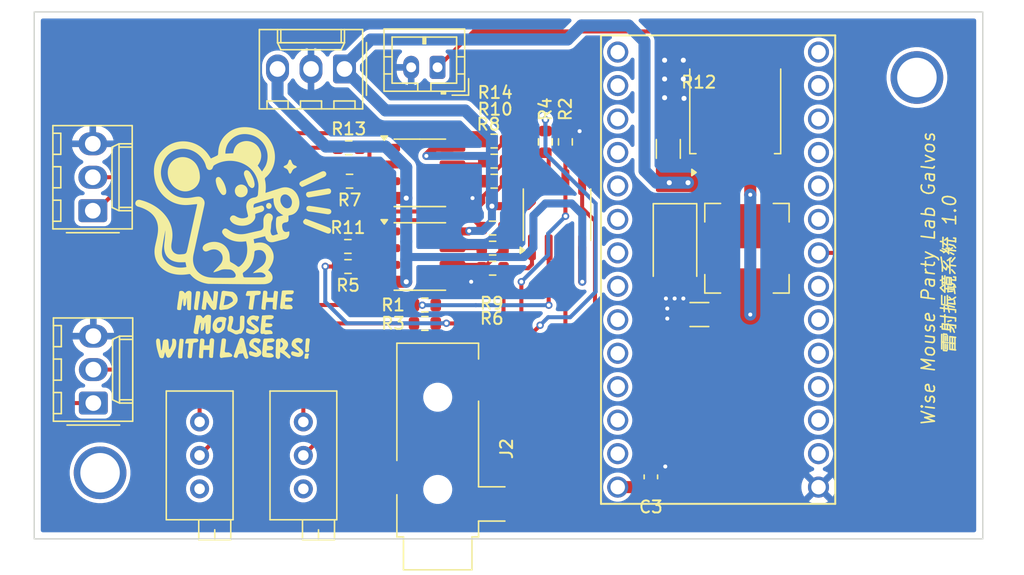
<source format=kicad_pcb>
(kicad_pcb (version 20241229) (generator "pcbnew") (generator_version "9.0")
  (layers (0 "F.Cu" signal) (2 "B.Cu" signal) (13 "F.Paste" user) (15 "B.Paste" user) (5 "F.SilkS" user "F.Silkscreen") (7 "B.SilkS" user "B.Silkscreen") (1 "F.Mask" user) (3 "B.Mask" user) (25 "Edge.Cuts" user))
  (net 0 "")
  (net 1 "Ax_Tip_OUT")
  (net 2 "Ax_Ring_OUT")
  (net 3 "Ax_Sleeve_OUT")
  (net 4 "+15V")
  (net 5 "-15V")
  (net 6 "Net-(U1A--)")
  (net 7 "Net-(J5-Pin_1)")
  (net 8 "Net-(J5-Pin_2)")
  (net 9 "Net-(U2A-+)")
  (net 10 "Net-(U2B--)")
  (net 11 "Net-(J6-Pin_1)")
  (net 12 "Net-(U2A--)")
  (net 13 "Net-(U1B--)")
  (net 14 "Net-(R12-Pad2)")
  (net 15 "Net-(J6-Pin_2)")
  (net 16 "Net-(U3A-+)")
  (net 17 "Net-(U3B--)")
  (net 18 "Net-(U3A--)")
  (net 21 "GND")
  (net 47 "Net-(R3-Pad1)")
  (net 48 "Net-(R3-Pad2)")
  (net 49 "Net-(R4-Pad1)")
  (net 50 "Net-(R4-Pad2)")
  (net 51 "Net-(R10-Pad1)")
  (net 52 "/laser en")
  (net 53 "/5V")
  (net 54 "Net-(D1-K)")
  (footprint "Resistor_SMD:R_0603_1608Metric" (layer "F.Cu") (at 94.796 56.426)
    (property "Reference" "R12" (at 15.64576 -11.071 0) (layer "F.SilkS") (effects (font (size 0.9144 0.9144))))
    (property "Value" "330")
    (pad "1" smd roundrect (at -0.825 0) (size 0.8 0.95) (layers "F.Cu" "F.Mask" "F.Paste") (net 8 "Net-(J5-Pin_2)"))
    (pad "2" smd roundrect (at 0.825 0) (size 0.8 0.95) (layers "F.Cu" "F.Mask" "F.Paste") (net 14 "Net-(R12-Pad2)"))
  )
  (footprint "Resistor_SMD:R_0603_1608Metric" (layer "F.Cu") (at 94.796 57.95)
    (property "Reference" "R9" (at -0.064 4.191 0) (layer "F.SilkS") (effects (font (size 0.9144 0.9144))))
    (property "Value" "22k")
    (pad "1" smd roundrect (at -0.825 0) (size 0.8 0.95) (layers "F.Cu" "F.Mask" "F.Paste") (net 14 "Net-(R12-Pad2)"))
    (pad "2" smd roundrect (at 0.825 0) (size 0.8 0.95) (layers "F.Cu" "F.Mask" "F.Paste") (net 10 "Net-(U2B--)"))
  )
  (footprint "Resistor_SMD:R_0603_1608Metric" (layer "F.Cu") (at 100.32 49.886 -90)
    (property "Reference" "R2" (at -2.477 0 90) (layer "F.SilkS") (effects (font (size 0.9144 0.9144))))
    (property "Value" "1k")
    (pad "1" smd roundrect (at -0.825 0 270) (size 0.8 0.95) (layers "F.Cu" "F.Mask" "F.Paste") (net 21 "GND"))
    (pad "2" smd roundrect (at 0.825 0 270) (size 0.8 0.95) (layers "F.Cu" "F.Mask" "F.Paste") (net 13 "Net-(U1B--)"))
  )
  (footprint "teensy.pretty-master:Teensy40" (layer "F.Cu") (at 111.91 59.58 90)
    (property "Reference" "U4" (hide yes))
    (property "Value" "Teensy4.0" (hide yes))
    (pad "1" thru_hole circle (at -16.51 7.62 90) (size 1.6 1.6) (drill 1.1) (layers "*.Cu" "*.Mask") (net 21 "GND"))
    (pad "2" thru_hole circle (at -13.97 7.62 90) (size 1.6 1.6) (drill 1.1) (layers "*.Cu" "*.Mask"))
    (pad "3" thru_hole circle (at -11.43 7.62 90) (size 1.6 1.6) (drill 1.1) (layers "*.Cu" "*.Mask"))
    (pad "4" thru_hole circle (at -8.89 7.62 90) (size 1.6 1.6) (drill 1.1) (layers "*.Cu" "*.Mask"))
    (pad "5" thru_hole circle (at -6.35 7.62 90) (size 1.6 1.6) (drill 1.1) (layers "*.Cu" "*.Mask"))
    (pad "6" thru_hole circle (at -3.81 7.62 90) (size 1.6 1.6) (drill 1.1) (layers "*.Cu" "*.Mask"))
    (pad "7" thru_hole circle (at -1.27 7.62 90) (size 1.6 1.6) (drill 1.1) (layers "*.Cu" "*.Mask"))
    (pad "8" thru_hole circle (at 1.27 7.62 90) (size 1.6 1.6) (drill 1.1) (layers "*.Cu" "*.Mask") (net 52 "/laser en"))
    (pad "9" thru_hole circle (at 3.81 7.62 90) (size 1.6 1.6) (drill 1.1) (layers "*.Cu" "*.Mask"))
    (pad "10" thru_hole circle (at 6.35 7.62 90) (size 1.6 1.6) (drill 1.1) (layers "*.Cu" "*.Mask"))
    (pad "11" thru_hole circle (at 8.89 7.62 90) (size 1.6 1.6) (drill 1.1) (layers "*.Cu" "*.Mask"))
    (pad "12" thru_hole circle (at 11.43 7.62 90) (size 1.6 1.6) (drill 1.1) (layers "*.Cu" "*.Mask"))
    (pad "13" thru_hole circle (at 13.97 7.62 90) (size 1.6 1.6) (drill 1.1) (layers "*.Cu" "*.Mask"))
    (pad "14" thru_hole circle (at 16.51 7.62 90) (size 1.6 1.6) (drill 1.1) (layers "*.Cu" "*.Mask"))
    (pad "20" thru_hole circle (at 16.51 -7.62 90) (size 1.6 1.6) (drill 1.1) (layers "*.Cu" "*.Mask"))
    (pad "21" thru_hole circle (at 13.97 -7.62 90) (size 1.6 1.6) (drill 1.1) (layers "*.Cu" "*.Mask"))
    (pad "22" thru_hole circle (at 11.43 -7.62 90) (size 1.6 1.6) (drill 1.1) (layers "*.Cu" "*.Mask"))
    (pad "23" thru_hole circle (at 8.89 -7.62 90) (size 1.6 1.6) (drill 1.1) (layers "*.Cu" "*.Mask"))
    (pad "24" thru_hole circle (at 6.35 -7.62 90) (size 1.6 1.6) (drill 1.1) (layers "*.Cu" "*.Mask"))
    (pad "25" thru_hole circle (at 3.81 -7.62 90) (size 1.6 1.6) (drill 1.1) (layers "*.Cu" "*.Mask"))
    (pad "26" thru_hole circle (at 1.27 -7.62 90) (size 1.6 1.6) (drill 1.1) (layers "*.Cu" "*.Mask"))
    (pad "27" thru_hole circle (at -1.27 -7.62 90) (size 1.6 1.6) (drill 1.1) (layers "*.Cu" "*.Mask"))
    (pad "28" thru_hole circle (at -3.81 -7.62 90) (size 1.6 1.6) (drill 1.1) (layers "*.Cu" "*.Mask"))
    (pad "29" thru_hole circle (at -6.35 -7.62 90) (size 1.6 1.6) (drill 1.1) (layers "*.Cu" "*.Mask"))
    (pad "30" thru_hole circle (at -8.89 -7.62 90) (size 1.6 1.6) (drill 1.1) (layers "*.Cu" "*.Mask"))
    (pad "31" thru_hole circle (at -11.43 -7.62 90) (size 1.6 1.6) (drill 1.1) (layers "*.Cu" "*.Mask"))
    (pad "32" thru_hole circle (at -13.97 -7.62 90) (size 1.6 1.6) (drill 1.1) (layers "*.Cu" "*.Mask"))
    (pad "33" thru_hole circle (at -16.51 -7.62 90) (size 1.6 1.6) (drill 1.1) (layers "*.Cu" "*.Mask") (net 53 "/5V"))
  )
  (footprint "Resistor_SMD:R_0603_1608Metric" (layer "F.Cu") (at 83.937 52.87 180)
    (property "Reference" "R7" (at 0 -1.43 0) (layer "F.SilkS") (effects (font (size 0.9144 0.9144))))
    (property "Value" "1k")
    (pad "1" smd roundrect (at -0.825 0 180) (size 0.8 0.95) (layers "F.Cu" "F.Mask" "F.Paste") (net 16 "Net-(U3A-+)"))
    (pad "2" smd roundrect (at 0.825 0 180) (size 0.8 0.95) (layers "F.Cu" "F.Mask" "F.Paste") (net 49 "Net-(R4-Pad1)"))
  )
  (footprint "Capacitor_SMD:C_1206_3216Metric" (layer "F.Cu") (at 110.49 62.992 180)
    (property "Reference" "C2" (hide yes))
    (property "Value" "220µF" (hide yes))
    (pad "1" smd roundrect (at -1.475 0 180) (size 1.15 1.8) (layers "F.Cu" "F.Mask" "F.Paste") (roundrect_rratio 0.217391) (net 53 "/5V"))
    (pad "2" smd roundrect (at 1.475 0 180) (size 1.15 1.8) (layers "F.Cu" "F.Mask" "F.Paste") (roundrect_rratio 0.217391) (net 21 "GND"))
  )
  (footprint "Package_TO_SOT_SMD:TO-252-5_TabPin3" (layer "F.Cu") (at 113.211 47.468 90)
    (property "Reference" "U5" (hide yes))
    (property "Value" "LM2596S-5" (hide yes))
    (pad "1" smd roundrect (at -5.04 -2.28 90) (size 2.2 0.8) (layers "F.Cu" "F.Mask" "F.Paste") (net 4 "+15V"))
    (pad "2" smd roundrect (at -5.04 -1.14 90) (size 2.2 0.8) (layers "F.Cu" "F.Mask" "F.Paste") (net 54 "Net-(D1-K)"))
    (pad "3" smd roundrect (at -5.04 0 90) (size 2.2 0.8) (layers "F.Cu" "F.Mask" "F.Paste") (net 21 "GND"))
    (pad "3" smd roundrect (at -0.415 -1.525 90) (size 3.05 2.75) (layers "F.Cu" "F.Paste") (roundrect_rratio 0.090909) (net 21 "GND"))
    (pad "3" smd roundrect (at -0.415 1.525 90) (size 3.05 2.75) (layers "F.Cu" "F.Paste") (roundrect_rratio 0.090909) (net 21 "GND"))
    (pad "3" smd roundrect (at 1.26 0 90) (size 6.4 5.8) (layers "F.Cu" "F.Mask") (roundrect_rratio 0.043103) (net 21 "GND"))
    (pad "3" smd roundrect (at 2.935 -1.525 90) (size 3.05 2.75) (layers "F.Cu" "F.Paste") (roundrect_rratio 0.090909) (net 21 "GND"))
    (pad "3" smd roundrect (at 2.935 1.525 90) (size 3.05 2.75) (layers "F.Cu" "F.Paste") (roundrect_rratio 0.090909) (net 21 "GND"))
    (pad "4" smd roundrect (at -5.04 1.14 90) (size 2.2 0.8) (layers "F.Cu" "F.Mask" "F.Paste") (net 53 "/5V"))
    (pad "5" smd roundrect (at -5.04 2.28 90) (size 2.2 0.8) (layers "F.Cu" "F.Mask" "F.Paste") (net 21 "GND"))
  )
  (footprint "Connector_Molex:Molex_KK-254_AE-6410-03A_1x03_P2.54mm_Vertical" (layer "F.Cu") (at 64.44824 55.11 90)
    (property "Reference" "J6" (hide yes))
    (property "Value" "y out" (hide yes))
    (pad "1" thru_hole roundrect (at 0 0 90) (size 1.74 2.19) (drill 1.19) (layers "*.Cu" "*.Mask") (roundrect_rratio 0.143678) (net 11 "Net-(J6-Pin_1)"))
    (pad "2" thru_hole oval (at 2.54 0 90) (size 1.74 2.19) (drill 1.19) (layers "*.Cu" "*.Mask") (net 15 "Net-(J6-Pin_2)"))
    (pad "3" thru_hole oval (at 5.08 0 90) (size 1.74 2.19) (drill 1.19) (layers "*.Cu" "*.Mask") (net 21 "GND"))
  )
  (footprint "Connector_JST:JST_PH_B2B-PH-K_1x02_P2.00mm_Vertical" (layer "F.Cu") (at 90.613 44.229 180)
    (property "Reference" "J7" (hide yes))
    (property "Value" "405nm" (hide yes))
    (pad "1" thru_hole roundrect (at 0 0 180) (size 1.2 1.75) (drill 0.75) (layers "*.Cu" "*.Mask") (roundrect_rratio 0.208333) (net 52 "/laser en"))
    (pad "2" thru_hole oval (at 2 0 180) (size 1.2 1.75) (drill 0.75) (layers "*.Cu" "*.Mask") (net 21 "GND"))
  )
  (footprint "Potentiometer_THT:Potentiometer_Bourns_3296X_Horizontal" (layer "F.Cu") (at 72.55424 71.141 90)
    (property "Reference" "RV1" (hide yes))
    (property "Value" "10k" (hide yes))
    (pad "1" thru_hole circle (at 0 0 90) (size 1.44 1.44) (drill 0.8) (layers "*.Cu" "*.Mask") (net 6 "Net-(U1A--)"))
    (pad "2" thru_hole circle (at -2.54 0 90) (size 1.44 1.44) (drill 0.8) (layers "*.Cu" "*.Mask") (net 48 "Net-(R3-Pad2)"))
    (pad "3" thru_hole circle (at -5.08 0 90) (size 1.44 1.44) (drill 0.8) (layers "*.Cu" "*.Mask"))
  )
  (footprint "Potentiometer_THT:Potentiometer_Bourns_3296X_Horizontal" (layer "F.Cu") (at 80.42824 71.143 90)
    (property "Reference" "RV2" (hide yes))
    (property "Value" "10k" (hide yes))
    (pad "1" thru_hole circle (at 0 0 90) (size 1.44 1.44) (drill 0.8) (layers "*.Cu" "*.Mask") (net 13 "Net-(U1B--)"))
    (pad "2" thru_hole circle (at -2.54 0 90) (size 1.44 1.44) (drill 0.8) (layers "*.Cu" "*.Mask") (net 50 "Net-(R4-Pad2)"))
    (pad "3" thru_hole circle (at -5.08 0 90) (size 1.44 1.44) (drill 0.8) (layers "*.Cu" "*.Mask"))
  )
  (footprint "Resistor_SMD:R_0603_1608Metric" (layer "F.Cu") (at 94.913619 49.822)
    (property "Reference" "R14" (at 0.072381 -3.683 0) (layer "F.SilkS") (effects (font (size 0.9144 0.9144))))
    (property "Value" "330")
    (pad "1" smd roundrect (at -0.825 0) (size 0.8 0.95) (layers "F.Cu" "F.Mask" "F.Paste") (net 15 "Net-(J6-Pin_2)"))
    (pad "2" smd roundrect (at 0.825 0) (size 0.8 0.95) (layers "F.Cu" "F.Mask" "F.Paste") (net 51 "Net-(R10-Pad1)"))
  )
  (footprint "Resistor_SMD:R_0603_1608Metric" (layer "F.Cu") (at 94.913619 51.346)
    (property "Reference" "R10" (at 0.072381 -3.937 0) (layer "F.SilkS") (effects (font (size 0.9144 0.9144))))
    (property "Value" "22k")
    (pad "1" smd roundrect (at -0.825 0) (size 0.8 0.95) (layers "F.Cu" "F.Mask" "F.Paste") (net 51 "Net-(R10-Pad1)"))
    (pad "2" smd roundrect (at 0.825 0) (size 0.8 0.95) (layers "F.Cu" "F.Mask" "F.Paste") (net 17 "Net-(U3B--)"))
  )
  (footprint "Capacitor_SMD:C_0603_1608Metric" (layer "F.Cu") (at 106.807 75.311 90)
    (property "Reference" "C3" (at -2.286 0 180) (layer "F.SilkS") (effects (font (size 0.9144 0.9144))))
    (property "Value" "0.1µF")
    (pad "1" smd roundrect (at -0.775 0 90) (size 0.9 0.95) (layers "F.Cu" "F.Mask" "F.Paste") (net 53 "/5V"))
    (pad "2" smd roundrect (at 0.775 0 90) (size 0.9 0.95) (layers "F.Cu" "F.Mask" "F.Paste") (net 21 "GND"))
  )
  (footprint "Resistor_SMD:R_0603_1608Metric" (layer "F.Cu") (at 94.796 59.474)
    (property "Reference" "R6" (at -0.064 3.81 0) (layer "F.SilkS") (effects (font (size 0.9144 0.9144))))
    (property "Value" "22k")
    (pad "1" smd roundrect (at -0.825 0) (size 0.8 0.95) (layers "F.Cu" "F.Mask" "F.Paste") (net 10 "Net-(U2B--)"))
    (pad "2" smd roundrect (at 0.825 0) (size 0.8 0.95) (layers "F.Cu" "F.Mask" "F.Paste") (net 47 "Net-(R3-Pad1)"))
  )
  (footprint "Connector_Molex:Molex_KK-254_AE-6410-03A_1x03_P2.54mm_Vertical" (layer "F.Cu") (at 83.55 44.35 180)
    (property "Reference" "J1" (hide yes))
    (property "Value" "+15 G -15" (hide yes))
    (pad "1" thru_hole roundrect (at 0 0 180) (size 1.74 2.19) (drill 1.19) (layers "*.Cu" "*.Mask") (roundrect_rratio 0.143678) (net 4 "+15V"))
    (pad "2" thru_hole oval (at 2.54 0 180) (size 1.74 2.19) (drill 1.19) (layers "*.Cu" "*.Mask") (net 21 "GND"))
    (pad "3" thru_hole oval (at 5.08 0 180) (size 1.74 2.19) (drill 1.19) (layers "*.Cu" "*.Mask") (net 5 "-15V"))
  )
  (footprint "Resistor_SMD:R_0603_1608Metric" (layer "F.Cu") (at 94.913619 52.87)
    (property "Reference" "R8" (at -0.435619 -4.318 0) (layer "F.SilkS") (effects (font (size 0.9144 0.9144))))
    (property "Value" "22k")
    (pad "1" smd roundrect (at -0.825 0) (size 0.8 0.95) (layers "F.Cu" "F.Mask" "F.Paste") (net 17 "Net-(U3B--)"))
    (pad "2" smd roundrect (at 0.825 0) (size 0.8 0.95) (layers "F.Cu" "F.Mask" "F.Paste") (net 49 "Net-(R4-Pad1)"))
  )
  (footprint "Package_SO:SOIC-8_3.9x4.9mm_P1.27mm" (layer "F.Cu") (at 89.271 58.585)
    (property "Reference" "U2" (hide yes))
    (property "Value" "X galvo")
    (pad "1" smd roundrect (at -2.475 -1.905) (size 1.95 0.6) (layers "F.Cu" "F.Mask" "F.Paste") (net 12 "Net-(U2A--)"))
    (pad "2" smd roundrect (at -2.475 -0.635) (size 1.95 0.6) (layers "F.Cu" "F.Mask" "F.Paste") (net 12 "Net-(U2A--)"))
    (pad "3" smd roundrect (at -2.475 0.635) (size 1.95 0.6) (layers "F.Cu" "F.Mask" "F.Paste") (net 9 "Net-(U2A-+)"))
    (pad "4" smd roundrect (at -2.475 1.905) (size 1.95 0.6) (layers "F.Cu" "F.Mask" "F.Paste") (net 5 "-15V"))
    (pad "5" smd roundrect (at 2.475 1.905) (size 1.95 0.6) (layers "F.Cu" "F.Mask" "F.Paste") (net 21 "GND"))
    (pad "6" smd roundrect (at 2.475 0.635) (size 1.95 0.6) (layers "F.Cu" "F.Mask" "F.Paste") (net 10 "Net-(U2B--)"))
    (pad "7" smd roundrect (at 2.475 -0.635) (size 1.95 0.6) (layers "F.Cu" "F.Mask" "F.Paste") (net 14 "Net-(R12-Pad2)"))
    (pad "8" smd roundrect (at 2.475 -1.905) (size 1.95 0.6) (layers "F.Cu" "F.Mask" "F.Paste") (net 4 "+15V"))
  )
  (footprint "Package_SO:SOIC-8_3.9x4.9mm_P1.27mm" (layer "F.Cu") (at 99.685 55.41 90)
    (property "Reference" "U1" (hide yes))
    (property "Value" "TL072" (hide yes))
    (pad "1" smd roundrect (at -2.475 -1.905 90) (size 1.95 0.6) (layers "F.Cu" "F.Mask" "F.Paste") (net 47 "Net-(R3-Pad1)"))
    (pad "2" smd roundrect (at -2.475 -0.635 90) (size 1.95 0.6) (layers "F.Cu" "F.Mask" "F.Paste") (net 6 "Net-(U1A--)"))
    (pad "3" smd roundrect (at -2.475 0.635 90) (size 1.95 0.6) (layers "F.Cu" "F.Mask" "F.Paste") (net 1 "Ax_Tip_OUT"))
    (pad "4" smd roundrect (at -2.475 1.905 90) (size 1.95 0.6) (layers "F.Cu" "F.Mask" "F.Paste") (net 5 "-15V"))
    (pad "5" smd roundrect (at 2.475 1.905 90) (size 1.95 0.6) (layers "F.Cu" "F.Mask" "F.Paste") (net 2 "Ax_Ring_OUT"))
    (pad "6" smd roundrect (at 2.475 0.635 90) (size 1.95 0.6) (layers "F.Cu" "F.Mask" "F.Paste") (net 13 "Net-(U1B--)"))
    (pad "7" smd roundrect (at 2.475 -0.635 90) (size 1.95 0.6) (layers "F.Cu" "F.Mask" "F.Paste") (net 49 "Net-(R4-Pad1)"))
    (pad "8" smd roundrect (at 2.475 -1.905 90) (size 1.95 0.6) (layers "F.Cu" "F.Mask" "F.Paste") (net 4 "+15V"))
  )
  (footprint "Resistor_SMD:R_0603_1608Metric" (layer "F.Cu") (at 89.652 63.665 180)
    (property "Reference" "R3" (at 2.413 0 0) (layer "F.SilkS") (effects (font (size 0.9144 0.9144))))
    (property "Value" "330")
    (pad "1" smd roundrect (at -0.825 0 180) (size 0.8 0.95) (layers "F.Cu" "F.Mask" "F.Paste") (net 47 "Net-(R3-Pad1)"))
    (pad "2" smd roundrect (at 0.825 0 180) (size 0.8 0.95) (layers "F.Cu" "F.Mask" "F.Paste") (net 48 "Net-(R3-Pad2)"))
  )
  (footprint "Connector_Molex:Molex_KK-254_AE-6410-03A_1x03_P2.54mm_Vertical" (layer "F.Cu") (at 64.48824 69.71 90)
    (property "Reference" "J5" (hide yes))
    (property "Value" "x out" (hide yes))
    (pad "1" thru_hole roundrect (at 0 0 90) (size 1.74 2.19) (drill 1.19) (layers "*.Cu" "*.Mask") (roundrect_rratio 0.143678) (net 7 "Net-(J5-Pin_1)"))
    (pad "2" thru_hole oval (at 2.54 0 90) (size 1.74 2.19) (drill 1.19) (layers "*.Cu" "*.Mask") (net 8 "Net-(J5-Pin_2)"))
    (pad "3" thru_hole oval (at 5.08 0 90) (size 1.74 2.19) (drill 1.19) (layers "*.Cu" "*.Mask") (net 21 "GND"))
  )
  (footprint "Resistor_SMD:R_0603_1608Metric" (layer "F.Cu") (at 83.82 59.347 180)
    (property "Reference" "R5" (at 0 -1.43 0) (layer "F.SilkS") (effects (font (size 0.9144 0.9144))))
    (property "Value" "1k")
    (pad "1" smd roundrect (at -0.825 0 180) (size 0.8 0.95) (layers "F.Cu" "F.Mask" "F.Paste") (net 9 "Net-(U2A-+)"))
    (pad "2" smd roundrect (at 0.825 0 180) (size 0.8 0.95) (layers "F.Cu" "F.Mask" "F.Paste") (net 47 "Net-(R3-Pad1)"))
  )
  (footprint "Connector_Audio:Jack_3.5mm_CUI_SJ-3523-SMT_Horizontal" (layer "F.Cu") (at 90.62824 73.766098 180)
    (property "Reference" "J2" (at -5.22776 0.593098 90) (layer "F.SilkS") (effects (font (size 0.9144 0.9144))))
    (property "Value" "AudioJack3_SwitchTR" (hide yes))
    (pad "" np_thru_hole circle (at 0 -2.5 180) (size 1.7 1.7) (drill 1.7) (layers "*.Cu" "*.Mask"))
    (pad "" np_thru_hole circle (at 0 4.5 180) (size 1.7 1.7) (drill 1.7) (layers "*.Cu" "*.Mask"))
    (pad "R" smd rect (at 3.7 -1.6 180) (size 2.8 2.2) (layers "F.Cu" "F.Mask" "F.Paste") (net 2 "Ax_Ring_OUT"))
    (pad "S" smd rect (at -3.7 -3.6 180) (size 2.8 2.2) (layers "F.Cu" "F.Mask" "F.Paste") (net 3 "Ax_Sleeve_OUT"))
    (pad "T" smd rect (at -3.7 5.8 180) (size 2.8 2.8) (layers "F.Cu" "F.Mask" "F.Paste") (net 1 "Ax_Tip_OUT"))
  )
  (footprint "MTML_logos:mtwl smaller F.silk" (layer "F.Cu") (at 74 66)
    (property "Reference" "REF**" (hide yes))
    (property "Value" "mtwl smaller F.silk" (hide yes))
  )
  (footprint "Package_SO:SOIC-8_3.9x4.9mm_P1.27mm" (layer "F.Cu") (at 89.271 52.235)
    (property "Reference" "U3" (hide yes))
    (property "Value" "Y TL072")
    (pad "1" smd roundrect (at -2.475 -1.905) (size 1.95 0.6) (layers "F.Cu" "F.Mask" "F.Paste") (net 18 "Net-(U3A--)"))
    (pad "2" smd roundrect (at -2.475 -0.635) (size 1.95 0.6) (layers "F.Cu" "F.Mask" "F.Paste") (net 18 "Net-(U3A--)"))
    (pad "3" smd roundrect (at -2.475 0.635) (size 1.95 0.6) (layers "F.Cu" "F.Mask" "F.Paste") (net 16 "Net-(U3A-+)"))
    (pad "4" smd roundrect (at -2.475 1.905) (size 1.95 0.6) (layers "F.Cu" "F.Mask" "F.Paste") (net 5 "-15V"))
    (pad "5" smd roundrect (at 2.475 1.905) (size 1.95 0.6) (layers "F.Cu" "F.Mask" "F.Paste") (net 21 "GND"))
    (pad "6" smd roundrect (at 2.475 0.635) (size 1.95 0.6) (layers "F.Cu" "F.Mask" "F.Paste") (net 17 "Net-(U3B--)"))
    (pad "7" smd roundrect (at 2.475 -0.635) (size 1.95 0.6) (layers "F.Cu" "F.Mask" "F.Paste") (net 51 "Net-(R10-Pad1)"))
    (pad "8" smd roundrect (at 2.475 -1.905) (size 1.95 0.6) (layers "F.Cu" "F.Mask" "F.Paste") (net 4 "+15V"))
  )
  (footprint "Resistor_SMD:R_0603_1608Metric" (layer "F.Cu") (at 89.653 62.268 180)
    (property "Reference" "R1" (at 2.414 0 0) (layer "F.SilkS") (effects (font (size 0.9144 0.9144))))
    (property "Value" "1k")
    (pad "1" smd roundrect (at -0.825 0 180) (size 0.8 0.95) (layers "F.Cu" "F.Mask" "F.Paste") (net 21 "GND"))
    (pad "2" smd roundrect (at 0.825 0 180) (size 0.8 0.95) (layers "F.Cu" "F.Mask" "F.Paste") (net 6 "Net-(U1A--)"))
  )
  (footprint "Diode_SMD:D_SMA" (layer "F.Cu") (at 108.639 58.087 -90)
    (property "Reference" "D1" (hide yes))
    (property "Value" "1N5824" (hide yes))
    (pad "1" smd roundrect (at -2 0 270) (size 2.5 1.8) (layers "F.Cu" "F.Mask" "F.Paste") (roundrect_rratio 0.1388888889) (net 54 "Net-(D1-K)"))
    (pad "2" smd roundrect (at 2 0 270) (size 2.5 1.8) (layers "F.Cu" "F.Mask" "F.Paste") (roundrect_rratio 0.1388888889) (net 21 "GND"))
  )
  (footprint "Resistor_SMD:R_0603_1608Metric" (layer "F.Cu") (at 98.796 49.886 90)
    (property "Reference" "R4" (at 2.477 0 90) (layer "F.SilkS") (effects (font (size 0.9144 0.9144))))
    (property "Value" "330")
    (pad "1" smd roundrect (at -0.825 0 90) (size 0.8 0.95) (layers "F.Cu" "F.Mask" "F.Paste") (net 49 "Net-(R4-Pad1)"))
    (pad "2" smd roundrect (at 0.825 0 90) (size 0.8 0.95) (layers "F.Cu" "F.Mask" "F.Paste") (net 50 "Net-(R4-Pad2)"))
  )
  (footprint "Inductor_SMD:L_Bourns-SRN6028" (layer "F.Cu") (at 114.1 57.96 90)
    (property "Reference" "L1" (hide yes))
    (property "Value" "68µH" (hide yes))
    (pad "1" smd rect (at -2.35 0 90) (size 1.6 5.7) (layers "F.Cu" "F.Mask" "F.Paste") (net 53 "/5V"))
    (pad "2" smd rect (at 2.35 0 90) (size 1.6 5.7) (layers "F.Cu" "F.Mask" "F.Paste") (net 54 "Net-(D1-K)"))
  )
  (footprint "Resistor_SMD:R_0603_1608Metric" (layer "F.Cu") (at 83.81 57.823)
    (property "Reference" "R11" (at 0 -1.43 0) (layer "F.SilkS") (effects (font (size 0.9144 0.9144))))
    (property "Value" "330")
    (pad "1" smd roundrect (at -0.825 0) (size 0.8 0.95) (layers "F.Cu" "F.Mask" "F.Paste") (net 7 "Net-(J5-Pin_1)"))
    (pad "2" smd roundrect (at 0.825 0) (size 0.8 0.95) (layers "F.Cu" "F.Mask" "F.Paste") (net 12 "Net-(U2A--)"))
  )
  (footprint "Resistor_SMD:R_0603_1608Metric" (layer "F.Cu") (at 83.874 50.33)
    (property "Reference" "R13" (at 0 -1.43 0) (layer "F.SilkS") (effects (font (size 0.9144 0.9144))))
    (property "Value" "330")
    (pad "1" smd roundrect (at -0.825 0) (size 0.8 0.95) (layers "F.Cu" "F.Mask" "F.Paste") (net 11 "Net-(J6-Pin_1)"))
    (pad "2" smd roundrect (at 0.825 0) (size 0.8 0.95) (layers "F.Cu" "F.Mask" "F.Paste") (net 18 "Net-(U3A--)"))
  )
  (footprint "Capacitor_SMD:C_1206_3216Metric" (layer "F.Cu") (at 108.131 50.419 90)
    (property "Reference" "C1" (hide yes))
    (property "Value" "100µF" (hide yes))
    (pad "1" smd roundrect (at -1.475 0 90) (size 1.15 1.8) (layers "F.Cu" "F.Mask" "F.Paste") (roundrect_rratio 0.217391) (net 4 "+15V"))
    (pad "2" smd roundrect (at 1.475 0 90) (size 1.15 1.8) (layers "F.Cu" "F.Mask" "F.Paste") (roundrect_rratio 0.217391) (net 21 "GND"))
  )
  (gr_rect (start 60 40.02) (end 132 80.02) (stroke (width 0.1)) (fill no) (layer "Edge.Cuts"))
  (gr_text "Wise Mouse Party Lab Galvos \n雷射振鏡系統 1.0" (at 130.06 59.91 90) (layer "F.SilkS") (effects (font (size 1 1) (thickness 0.125) (italic yes)) (justify bottom)))
  (via (at 127 45) (size 4) (drill 3) (layers "F.Cu" "B.Cu") (net 0))
  (via (at 65 75) (size 4) (drill 3) (layers "F.Cu" "B.Cu") (net 0))
  (segment (start 100.32 57.885) (end 100.32 65.3896) (width 0.3048) (layer "F.Cu") (net 1))
  (segment (start 97.743502 67.966098) (end 94.32824 67.966098) (width 0.3048) (layer "F.Cu") (net 1))
  (segment (start 100.32 65.3896) (end 97.743502 67.966098) (width 0.3048) (layer "F.Cu") (net 1))
  (segment (start 101.59 52.935) (end 101.59 54.9048) (width 0.3048) (layer "F.Cu") (net 2))
  (segment (start 102.5652 69.2912) (end 99.2632 72.5932) (width 0.3048) (layer "F.Cu") (net 2))
  (segment (start 89.701138 72.5932) (end 86.92824 75.366098) (width 0.3048) (layer "F.Cu") (net 2))
  (segment (start 99.2632 72.5932) (end 89.701138 72.5932) (width 0.3048) (layer "F.Cu") (net 2))
  (segment (start 102.5652 55.88) (end 102.5652 69.2912) (width 0.3048) (layer "F.Cu") (net 2))
  (segment (start 101.59 54.9048) (end 102.5652 55.88) (width 0.3048) (layer "F.Cu") (net 2))
  (segment (start 91.746 50.33) (end 90.386 50.33) (width 0.6096) (layer "F.Cu") (net 4))
  (segment (start 90.386 50.33) (end 89.7636 50.9524) (width 0.6096) (layer "F.Cu") (net 4))
  (segment (start 97.78 52.935) (end 97.78 54.4168) (width 0.6096) (layer "F.Cu") (net 4))
  (segment (start 97.78 54.4168) (end 97.4344 54.7624) (width 0.6096) (layer "F.Cu") (net 4))
  (segment (start 92.9768 56.68) (end 93.0148 56.642) (width 0.6096) (layer "F.Cu") (net 4))
  (segment (start 97.4344 54.7624) (end 94.742 54.7624) (width 0.6096) (layer "F.Cu") (net 4))
  (segment (start 91.746 56.68) (end 92.9768 56.68) (width 0.6096) (layer "F.Cu") (net 4))
  (via (at 93.0148 56.642) (size 0.5588) (drill 0.3048) (layers "F.Cu" "B.Cu") (net 4))
  (via (at 109.6264 52.9844) (size 0.7112) (drill 0.381) (layers "F.Cu" "B.Cu") (net 4))
  (via (at 94.742 54.7624) (size 0.7112) (drill 0.381) (layers "F.Cu" "B.Cu") (net 4))
  (via (at 89.7636 50.9524) (size 0.5588) (drill 0.3048) (layers "F.Cu" "B.Cu") (net 4))
  (via (at 108.204 52.9844) (size 0.7112) (drill 0.381) (layers "F.Cu" "B.Cu") (net 4))
  (segment (start 101.5492 41.0464) (end 100.4824 42.1132) (width 0.9144) (layer "B.Cu") (net 4))
  (segment (start 83.55 44.3832) (end 86.6648 47.498) (width 0.9144) (layer "B.Cu") (net 4))
  (segment (start 107.2388 52.9844) (end 106.3244 52.07) (width 0.9144) (layer "B.Cu") (net 4))
  (segment (start 108.204 52.9844) (end 107.2388 52.9844) (width 0.9144) (layer "B.Cu") (net 4))
  (segment (start 85.5472 42.1132) (end 83.55 44.1104) (width 0.9144) (layer "B.Cu") (net 4))
  (segment (start 92.71 47.498) (end 94.742 49.53) (width 0.9144) (layer "B.Cu") (net 4))
  (segment (start 100.4824 42.1132) (end 85.5472 42.1132) (width 0.9144) (layer "B.Cu") (net 4))
  (segment (start 94.742 54.7624) (end 94.742 55.9308) (width 0.6096) (layer "B.Cu") (net 4))
  (segment (start 105.1052 41.0464) (end 101.5492 41.0464) (width 0.9144) (layer "B.Cu") (net 4))
  (segment (start 83.55 44.35) (end 83.55 44.3832) (width 0.9144) (layer "B.Cu") (net 4))
  (segment (start 94.742 49.53) (end 94.742 50.9524) (width 0.9144) (layer "B.Cu") (net 4))
  (segment (start 83.55 44.1104) (end 83.55 44.35) (width 0.9144) (layer "B.Cu") (net 4))
  (segment (start 86.6648 47.498) (end 92.71 47.498) (width 0.9144) (layer "B.Cu") (net 4))
  (segment (start 108.204 52.9844) (end 109.6264 52.9844) (width 0.9144) (layer "B.Cu") (net 4))
  (segment (start 94.0308 56.642) (end 93.0148 56.642) (width 0.6096) (layer "B.Cu") (net 4))
  (segment (start 89.7636 50.9524) (end 94.742 50.9524) (width 0.6096) (layer "B.Cu") (net 4))
  (segment (start 94.742 55.9308) (end 94.0308 56.642) (width 0.6096) (layer "B.Cu") (net 4))
  (segment (start 106.3244 52.07) (end 106.3244 42.2656) (width 0.9144) (layer "B.Cu") (net 4))
  (segment (start 106.3244 42.2656) (end 105.1052 41.0464) (width 0.9144) (layer "B.Cu") (net 4))
  (segment (start 94.742 50.9524) (end 94.742 54.7624) (width 0.9144) (layer "B.Cu") (net 4))
  (segment (start 88.2396 60.5028) (end 86.8088 60.5028) (width 0.9144) (layer "F.Cu") (net 5))
  (segment (start 86.8088 60.5028) (end 86.796 60.49) (width 0.9144) (layer "F.Cu") (net 5))
  (segment (start 101.59 60.4928) (end 101.6 60.5028) (width 0.6096) (layer "F.Cu") (net 5))
  (segment (start 88.2268 54.14) (end 88.2396 54.1528) (width 0.9144) (layer "F.Cu") (net 5))
  (segment (start 101.59 57.885) (end 101.59 60.4928) (width 0.6096) (layer "F.Cu") (net 5))
  (segment (start 86.796 54.14) (end 88.2268 54.14) (width 0.9144) (layer "F.Cu") (net 5))
  (via (at 88.2396 54.1528) (size 0.7112) (drill 0.381) (layers "F.Cu" "B.Cu") (net 5))
  (via (at 88.2396 60.5028) (size 0.7112) (drill 0.381) (layers "F.Cu" "B.Cu") (net 5))
  (via (at 101.6 60.5028) (size 0.5588) (drill 0.3048) (layers "F.Cu" "B.Cu") (net 5))
  (segment (start 101.6 55.372) (end 100.7872 54.5592) (width 0.6096) (layer "B.Cu") (net 5))
  (segment (start 78.47 46.5676) (end 82.1436 50.2412) (width 0.9144) (layer "B.Cu") (net 5))
  (segment (start 97.1804 58.6232) (end 88.4428 58.6232) (width 0.6096) (layer "B.Cu") (net 5))
  (segment (start 88.2396 57.4548) (end 88.2396 58.8264) (width 0.9144) (layer "B.Cu") (net 5))
  (segment (start 88.2396 54.1528) (end 88.2396 57.4548) (width 0.9144) (layer "B.Cu") (net 5))
  (segment (start 101.6 60.5028) (end 101.6 55.372) (width 0.6096) (layer "B.Cu") (net 5))
  (segment (start 78.47 44.35) (end 78.47 46.5676) (width 0.9144) (layer "B.Cu") (net 5))
  (segment (start 97.8916 57.912) (end 97.1804 58.6232) (width 0.6096) (layer "B.Cu") (net 5))
  (segment (start 82.1436 50.2412) (end 86.6648 50.2412) (width 0.9144) (layer "B.Cu") (net 5))
  (segment (start 100.7872 54.5592) (end 98.806 54.5592) (width 0.6096) (layer "B.Cu") (net 5))
  (segment (start 98.806 54.5592) (end 97.8916 55.4736) (width 0.6096) (layer "B.Cu") (net 5))
  (segment (start 88.2396 51.816) (end 88.2396 54.1528) (width 0.9144) (layer "B.Cu") (net 5))
  (segment (start 88.4428 58.6232) (end 88.2396 58.8264) (width 0.6096) (layer "B.Cu") (net 5))
  (segment (start 97.8916 55.4736) (end 97.8916 57.912) (width 0.6096) (layer "B.Cu") (net 5))
  (segment (start 86.6648 50.2412) (end 88.2396 51.816) (width 0.9144) (layer "B.Cu") (net 5))
  (segment (start 88.2396 58.8264) (end 88.2396 60.5028) (width 0.9144) (layer "B.Cu") (net 5))
  (segment (start 88.8408 62.2808) (end 88.828 62.268) (width 0.3048) (layer "F.Cu") (net 6))
  (segment (start 76.4668 62.268) (end 72.55424 66.18056) (width 0.3048) (layer "F.Cu") (net 6))
  (segment (start 99.05 57.885) (end 99.05 62.2708) (width 0.3048) (layer "F.Cu") (net 6))
  (segment (start 88.828 62.268) (end 76.4668 62.268) (width 0.3048) (layer "F.Cu") (net 6))
  (segment (start 89.4588 62.2808) (end 88.8408 62.2808) (width 0.3048) (layer "F.Cu") (net 6))
  (segment (start 72.55424 66.18056) (end 72.55424 71.141) (width 0.3048) (layer "F.Cu") (net 6))
  (segment (start 99.05 62.2708) (end 99.06 62.2808) (width 0.3048) (layer "F.Cu") (net 6))
  (via (at 89.4588 62.2808) (size 0.5588) (drill 0.3048) (layers "F.Cu" "B.Cu") (net 6))
  (via (at 99.06 62.2808) (size 0.5588) (drill 0.3048) (layers "F.Cu" "B.Cu") (net 6))
  (segment (start 99.06 62.2808) (end 93.5228 62.2808) (width 0.3048) (layer "B.Cu") (net 6))
  (segment (start 93.5228 62.2808) (end 89.4588 62.2808) (width 0.3048) (layer "B.Cu") (net 6))
  (segment (start 62.23 68.9864) (end 62.23 58.674) (width 0.3048) (layer "F.Cu") (net 7))
  (segment (start 62.23 58.674) (end 63.081 57.823) (width 0.3048) (layer "F.Cu") (net 7))
  (segment (start 64.48824 69.71) (end 62.9536 69.71) (width 0.3048) (layer "F.Cu") (net 7))
  (segment (start 62.9536 69.71) (end 62.23 68.9864) (width 0.3048) (layer "F.Cu") (net 7))
  (segment (start 63.081 57.823) (end 82.985 57.823) (width 0.3048) (layer "F.Cu") (net 7))
  (segment (start 62.7888 71.2724) (end 65.786 71.2724) (width 0.3048) (layer "F.Cu") (net 8))
  (segment (start 81.0768 57.2008) (end 62.7888 57.2008) (width 0.3048) (layer "F.Cu") (net 8))
  (segment (start 61.5696 70.0532) (end 62.7888 71.2724) (width 0.3048) (layer "F.Cu") (net 8))
  (segment (start 66.9036 67.7672) (end 66.294 67.1576) (width 0.3048) (layer "F.Cu") (net 8))
  (segment (start 82.4484 55.8292) (end 81.0768 57.2008) (width 0.3048) (layer "F.Cu") (net 8))
  (segment (start 93.3742 55.8292) (end 82.4484 55.8292) (width 0.3048) (layer "F.Cu") (net 8))
  (segment (start 62.7888 57.2008) (end 61.5696 58.42) (width 0.3048) (layer "F.Cu") (net 8))
  (segment (start 66.294 67.1576) (end 66.2816 67.17) (width 0.3048) (layer "F.Cu") (net 8))
  (segment (start 66.2816 67.17) (end 64.48824 67.17) (width 0.3048) (layer "F.Cu") (net 8))
  (segment (start 93.971 56.426) (end 93.3742 55.8292) (width 0.3048) (layer "F.Cu") (net 8))
  (segment (start 61.5696 58.42) (end 61.5696 70.0532) (width 0.3048) (layer "F.Cu") (net 8))
  (segment (start 66.9036 70.1548) (end 66.9036 67.7672) (width 0.3048) (layer "F.Cu") (net 8))
  (segment (start 65.786 71.2724) (end 66.9036 70.1548) (width 0.3048) (layer "F.Cu") (net 8))
  (segment (start 84.772 59.22) (end 84.645 59.347) (width 0.3048) (layer "F.Cu") (net 9))
  (segment (start 86.796 59.22) (end 84.772 59.22) (width 0.3048) (layer "F.Cu") (net 9))
  (segment (start 93.717 59.22) (end 93.971 59.474) (width 0.3048) (layer "F.Cu") (net 10))
  (segment (start 94.097 59.474) (end 95.621 57.95) (width 0.3048) (layer "F.Cu") (net 10))
  (segment (start 93.971 59.474) (end 94.097 59.474) (width 0.3048) (layer "F.Cu") (net 10))
  (segment (start 91.746 59.22) (end 93.717 59.22) (width 0.3048) (layer "F.Cu") (net 10))
  (segment (start 66.1924 53.6448) (end 64.7272 55.11) (width 0.3048) (layer "F.Cu") (net 11))
  (segment (start 73.9268 50.33) (end 70.612 53.6448) (width 0.3048) (layer "F.Cu") (net 11))
  (segment (start 70.612 53.6448) (end 66.1924 53.6448) (width 0.3048) (layer "F.Cu") (net 11))
  (segment (start 64.7272 55.11) (end 64.44824 55.11) (width 0.3048) (layer "F.Cu") (net 11))
  (segment (start 83.049 50.33) (end 73.9268 50.33) (width 0.3048) (layer "F.Cu") (net 11))
  (segment (start 86.796 57.95) (end 85.5472 57.95) (width 0.3048) (layer "F.Cu") (net 12))
  (segment (start 85.5472 57.95) (end 84.762 57.95) (width 0.3048) (layer "F.Cu") (net 12))
  (segment (start 85.4964 57.8992) (end 85.5472 57.95) (width 0.3048) (layer "F.Cu") (net 12))
  (segment (start 85.4964 56.896) (end 85.4964 57.8992) (width 0.3048) (layer "F.Cu") (net 12))
  (segment (start 85.7124 56.68) (end 85.4964 56.896) (width 0.3048) (layer "F.Cu") (net 12))
  (segment (start 86.796 56.68) (end 85.7124 56.68) (width 0.3048) (layer "F.Cu") (net 12))
  (segment (start 84.762 57.95) (end 84.635 57.823) (width 0.3048) (layer "F.Cu") (net 12))
  (segment (start 80.42824 71.143) (end 80.42824 68.61896) (width 0.3048) (layer "F.Cu") (net 13))
  (segment (start 100.32 52.935) (end 100.32 50.711) (width 0.3048) (layer "F.Cu") (net 13))
  (segment (start 100.32 52.935) (end 100.32 55.5144) (width 0.3048) (layer "F.Cu") (net 13))
  (segment (start 96.9772 63.3984) (end 96.9772 60.5028) (width 0.3048) (layer "F.Cu") (net 13))
  (segment (start 80.42824 68.61896) (end 84.2264 64.8208) (width 0.3048) (layer "F.Cu") (net 13))
  (segment (start 84.2264 64.8208) (end 95.5548 64.8208) (width 0.3048) (layer "F.Cu") (net 13))
  (segment (start 95.5548 64.8208) (end 96.9772 63.3984) (width 0.3048) (layer "F.Cu") (net 13))
  (segment (start 100.32 55.5144) (end 100.33 55.5244) (width 0.3048) (layer "F.Cu") (net 13))
  (via (at 100.33 55.5244) (size 0.5588) (drill 0.3048) (layers "F.Cu" "B.Cu") (net 13))
  (via (at 96.9772 60.5028) (size 0.5588) (drill 0.3048) (layers "F.Cu" "B.Cu") (net 13))
  (segment (start 99.0092 58.4708) (end 99.0092 56.8452) (width 0.3048) (layer "B.Cu") (net 13))
  (segment (start 99.0092 56.8452) (end 100.33 55.5244) (width 0.3048) (layer "B.Cu") (net 13))
  (segment (start 96.9772 60.5028) (end 99.0092 58.4708) (width 0.3048) (layer "B.Cu") (net 13))
  (segment (start 93.971 57.95) (end 94.097 57.95) (width 0.3048) (layer "F.Cu") (net 14))
  (segment (start 94.097 57.95) (end 95.621 56.426) (width 0.3048) (layer "F.Cu") (net 14))
  (segment (start 91.746 57.95) (end 93.971 57.95) (width 0.3048) (layer "F.Cu") (net 14))
  (segment (start 73.406 49.2252) (end 70.0612 52.57) (width 0.3048) (layer "F.Cu") (net 15))
  (segment (start 94.088619 49.822) (end 94.088619 49.740219) (width 0.3048) (layer "F.Cu") (net 15))
  (segment (start 94.088619 49.740219) (end 93.5736 49.2252) (width 0.3048) (layer "F.Cu") (net 15))
  (segment (start 93.5736 49.2252) (end 73.406 49.2252) (width 0.3048) (layer "F.Cu") (net 15))
  (segment (start 70.0612 52.57) (end 64.44824 52.57) (width 0.3048) (layer "F.Cu") (net 15))
  (segment (start 84.762 52.87) (end 86.796 52.87) (width 0.3048) (layer "F.Cu") (net 16))
  (segment (start 94.088619 52.87) (end 94.214619 52.87) (width 0.3048) (layer "F.Cu") (net 17))
  (segment (start 91.746 52.87) (end 94.088619 52.87) (width 0.3048) (layer "F.Cu") (net 17))
  (segment (start 94.214619 52.87) (end 95.738619 51.346) (width 0.3048) (layer "F.Cu") (net 17))
  (segment (start 85.636 51.6) (end 86.796 51.6) (width 0.3048) (layer "F.Cu") (net 18))
  (segment (start 85.4456 51.4096) (end 85.636 51.6) (width 0.3048) (layer "F.Cu") (net 18))
  (segment (start 84.699 50.33) (end 85.4456 50.33) (width 0.3048) (layer "F.Cu") (net 18))
  (segment (start 85.4456 50.33) (end 86.796 50.33) (width 0.3048) (layer "F.Cu") (net 18))
  (segment (start 85.4456 50.33) (end 85.4456 51.4096) (width 0.3048) (layer "F.Cu") (net 18))
  (segment (start 100.32 49.061) (end 101.385 49.061) (width 0.9144) (layer "F.Cu") (net 21))
  (segment (start 106.807 74.536) (end 107.8868 74.536) (width 0.9144) (layer "F.Cu") (net 21))
  (segment (start 101.385 49.061) (end 101.3968 49.0728) (width 0.9144) (layer "F.Cu") (net 21))
  (segment (start 113.211 52.508) (end 113.211 46.208) (width 0.9144) (layer "F.Cu") (net 21))
  (segment (start 107.8868 74.536) (end 107.8992 74.5236) (width 0.9144) (layer "F.Cu") (net 21))
  (segment (start 90.7416 60.49) (end 91.746 60.49) (width 0.3048) (layer "F.Cu") (net 21))
  (segment (start 90.478 62.268) (end 90.478 60.7536) (width 0.3048) (layer "F.Cu") (net 21))
  (segment (start 91.746 60.49) (end 93.1544 60.49) (width 0.9144) (layer "F.Cu") (net 21))
  (segment (start 91.746 54.14) (end 93.256 54.14) (width 0.9144) (layer "F.Cu") (net 21))
  (segment (start 93.1544 60.49) (end 93.1672 60.5028) (width 0.9144) (layer "F.Cu") (net 21))
  (segment (start 93.256 54.14) (end 93.2688 54.1528) (width 0.9144) (layer "F.Cu") (net 21))
  (segment (start 115.491 52.508) (end 115.491 48.638) (width 0.9144) (layer "F.Cu") (net 21))
  (segment (start 115.491 48.638) (end 114.736 47.883) (width 0.9144) (layer "F.Cu") (net 21))
  (segment (start 90.478 60.7536) (end 90.7416 60.49) (width 0.3048) (layer "F.Cu") (net 21))
  (via (at 101.3968 49.0728) (size 0.5588) (drill 0.3048) (layers "F.Cu" "B.Cu") (net 21))
  (via (at 107.8484 46.5328) (size 0.7112) (drill 0.381) (layers "F.Cu" "B.Cu") (net 21))
  (via (at 109.2708 43.688) (size 0.7112) (drill 0.381) (layers "F.Cu" "B.Cu") (net 21))
  (via (at 93.2688 54.1528) (size 0.5588) (drill 0.3048) (layers "F.Cu" "B.Cu") (net 21))
  (via (at 109.2708 61.7728) (size 0.5588) (drill 0.3048) (layers "F.Cu" "B.Cu") (net 21))
  (via (at 109.2708 45.1104) (size 0.7112) (drill 0.381) (layers "F.Cu" "B.Cu") (net 21))
  (via (at 107.8484 45.1104) (size 0.7112) (drill 0.381) (layers "F.Cu" "B.Cu") (net 21))
  (via (at 109.3216 46.5836) (size 0.7112) (drill 0.381) (layers "F.Cu" "B.Cu") (net 21))
  (via (at 108.6104 61.7728) (size 0.5588) (drill 0.3048) (layers "F.Cu" "B.Cu") (net 21))
  (via (at 107.8484 43.688) (size 0.7112) (drill 0.381) (layers "F.Cu" "B.Cu") (net 21))
  (via (at 108.0516 62.5348) (size 0.5588) (drill 0.3048) (layers "F.Cu" "B.Cu") (net 21))
  (via (at 107.8992 74.5236) (size 0.5588) (drill 0.3048) (layers "F.Cu" "B.Cu") (net 21))
  (via (at 108.0516 63.2968) (size 0.5588) (drill 0.3048) (layers "F.Cu" "B.Cu") (net 21))
  (via (at 107.95 61.7728) (size 0.5588) (drill 0.3048) (layers "F.Cu" "B.Cu") (net 21))
  (via (at 93.1672 60.5028) (size 0.5588) (drill 0.3048) (layers "F.Cu" "B.Cu") (net 21))
  (segment (start 82.1054 59.347) (end 82.0928 59.3344) (width 0.3048) (layer "F.Cu") (net 47))
  (segment (start 97.78 59.172) (end 97.78 57.885) (width 0.3048) (layer "F.Cu") (net 47))
  (segment (start 97.498 59.474) (end 97.79 59.182) (width 0.3048) (layer "F.Cu") (net 47))
  (segment (start 94.831 63.665) (end 95.621 62.875) (width 0.3048) (layer "F.Cu") (net 47))
  (segment (start 95.621 62.875) (end 95.621 59.474) (width 0.3048) (layer "F.Cu") (net 47))
  (segment (start 97.79 59.182) (end 97.78 59.172) (width 0.3048) (layer "F.Cu") (net 47))
  (segment (start 90.477 63.665) (end 94.831 63.665) (width 0.3048) (layer "F.Cu") (net 47))
  (segment (start 82.995 59.347) (end 82.1054 59.347) (width 0.3048) (layer "F.Cu") (net 47))
  (segment (start 95.621 59.474) (end 97.498 59.474) (width 0.3048) (layer "F.Cu") (net 47))
  (via (at 91.2876 63.6524) (size 0.5588) (drill 0.3048) (layers "F.Cu" "B.Cu") (net 47))
  (via (at 82.0928 59.3344) (size 0.5588) (drill 0.3048) (layers "F.Cu" "B.Cu") (net 47))
  (segment (start 82.0928 62.0268) (end 83.7184 63.6524) (width 0.3048) (layer "B.Cu") (net 47))
  (segment (start 82.0928 59.3344) (end 82.0928 62.0268) (width 0.3048) (layer "B.Cu") (net 47))
  (segment (start 83.7184 63.6524) (end 91.2876 63.6524) (width 0.3048) (layer "B.Cu") (net 47))
  (segment (start 74.3712 67.1576) (end 74.3712 71.86404) (width 0.3048) (layer "F.Cu") (net 48))
  (segment (start 77.8638 63.665) (end 74.3712 67.1576) (width 0.3048) (layer "F.Cu") (net 48))
  (segment (start 88.827 63.665) (end 77.8638 63.665) (width 0.3048) (layer "F.Cu") (net 48))
  (segment (start 74.3712 71.86404) (end 72.55424 73.681) (width 0.3048) (layer "F.Cu") (net 48))
  (segment (start 94.079401 54.0004) (end 94.0816 54.0004) (width 0.3048) (layer "F.Cu") (net 49))
  (segment (start 94.0816 54.0004) (end 94.3864 53.6956) (width 0.3048) (layer "F.Cu") (net 49))
  (segment (start 83.112 52.9368) (end 85.344 55.1688) (width 0.3048) (layer "F.Cu") (net 49))
  (segment (start 83.112 52.87) (end 83.112 52.9368) (width 0.3048) (layer "F.Cu") (net 49))
  (segment (start 93.399162 55.1688) (end 94.079401 54.488561) (width 0.3048) (layer "F.Cu") (net 49))
  (segment (start 97.8282 50.711) (end 98.796 50.711) (width 0.3048) (layer "F.Cu") (net 49))
  (segment (start 94.079401 54.488561) (end 94.079401 54.0004) (width 0.3048) (layer "F.Cu") (net 49))
  (segment (start 94.996 53.6956) (end 95.738619 52.952981) (width 0.3048) (layer "F.Cu") (net 49))
  (segment (start 85.344 55.1688) (end 93.399162 55.1688) (width 0.3048) (layer "F.Cu") (net 49))
  (segment (start 94.3864 53.6956) (end 94.996 53.6956) (width 0.3048) (layer "F.Cu") (net 49))
  (segment (start 95.738619 52.800581) (end 97.8282 50.711) (width 0.3048) (layer "F.Cu") (net 49))
  (segment (start 95.738619 52.87) (end 95.738619 52.800581) (width 0.3048) (layer "F.Cu") (net 49))
  (segment (start 99.05 52.935) (end 99.05 50.965) (width 0.3048) (layer "F.Cu") (net 49))
  (segment (start 95.738619 52.952981) (end 95.738619 52.87) (width 0.3048) (layer "F.Cu") (net 49))
  (segment (start 99.05 50.965) (end 98.796 50.711) (width 0.3048) (layer "F.Cu") (net 49))
  (segment (start 82.296 71.81524) (end 82.296 69.2912) (width 0.3048) (layer "F.Cu") (net 50))
  (segment (start 98.796 49.061) (end 98.796 48.2192) (width 0.3048) (layer "F.Cu") (net 50))
  (segment (start 98.796 48.2192) (end 98.806 48.2092) (width 0.3048) (layer "F.Cu") (net 50))
  (segment (start 82.296 69.2912) (end 85.5472 66.04) (width 0.3048) (layer "F.Cu") (net 50))
  (segment (start 80.42824 73.683) (end 82.296 71.81524) (width 0.3048) (layer "F.Cu") (net 50))
  (segment (start 85.5472 66.04) (end 96.1644 66.04) (width 0.3048) (layer "F.Cu") (net 50))
  (segment (start 96.1644 66.04) (end 98.3996 63.8048) (width 0.3048) (layer "F.Cu") (net 50))
  (via (at 98.3996 63.8048) (size 0.5588) (drill 0.3048) (layers "F.Cu" "B.Cu") (net 50))
  (via (at 98.806 48.2092) (size 0.5588) (drill 0.3048) (layers "F.Cu" "B.Cu") (net 50))
  (segment (start 102.616 61.2648) (end 100.6856 63.1952) (width 0.3048) (layer "B.Cu") (net 50))
  (segment (start 98.806 50.7492) (end 102.616 54.5592) (width 0.3048) (layer "B.Cu") (net 50))
  (segment (start 100.6856 63.1952) (end 99.0092 63.1952) (width 0.3048) (layer "B.Cu") (net 50))
  (segment (start 102.616 54.5592) (end 102.616 61.2648) (width 0.3048) (layer "B.Cu") (net 50))
  (segment (start 99.0092 63.1952) (end 98.3996 63.8048) (width 0.3048) (layer "B.Cu") (net 50))
  (segment (start 98.806 48.2092) (end 98.806 50.7492) (width 0.3048) (layer "B.Cu") (net 50))
  (segment (start 93.834619 51.6) (end 94.088619 51.346) (width 0.3048) (layer "F.Cu") (net 51))
  (segment (start 94.088619 51.346) (end 94.214619 51.346) (width 0.3048) (layer "F.Cu") (net 51))
  (segment (start 94.214619 51.346) (end 95.738619 49.822) (width 0.3048) (layer "F.Cu") (net 51))
  (segment (start 91.746 51.6) (end 93.834619 51.6) (width 0.3048) (layer "F.Cu") (net 51))
  (segment (start 121.4544 58.31) (end 119.53 58.31) (width 0.3048) (layer "F.Cu") (net 52))
  (segment (start 120.5992 41.5036) (end 122.0724 42.9768) (width 0.3048) (layer "F.Cu") (net 52))
  (segment (start 121.4628 58.3184) (end 121.4544 58.31) (width 0.3048) (layer "F.Cu") (net 52))
  (segment (start 93.3384 41.5036) (end 120.5992 41.5036) (width 0.3048) (layer "F.Cu") (net 52))
  (segment (start 122.0724 42.9768) (end 122.0724 57.7088) (width 0.3048) (layer "F.Cu") (net 52))
  (segment (start 122.0724 57.7088) (end 121.4628 58.3184) (width 0.3048) (layer "F.Cu") (net 52))
  (segment (start 90.613 44.229) (end 93.3384 41.5036) (width 0.3048) (layer "F.Cu") (net 52))
  (segment (start 114.351 52.508) (end 114.351 53.8986) (width 0.9144) (layer "F.Cu") (net 53))
  (segment (start 111.965 74.8266) (end 111.965 62.992) (width 0.9144) (layer "F.Cu") (net 53))
  (segment (start 104.29 76.09) (end 110.7016 76.09) (width 0.9144) (layer "F.Cu") (net 53))
  (segment (start 114.351 53.8986) (end 114.3508 53.8988) (width 0.9144) (layer "F.Cu") (net 53))
  (segment (start 110.7016 76.09) (end 111.965 74.8266) (width 0.9144) (layer "F.Cu") (net 53))
  (via (at 114.3508 62.992) (size 0.5588) (drill 0.3048) (layers "F.Cu" "B.Cu") (net 53))
  (via (at 114.3508 53.8988) (size 0.5588) (drill 0.3048) (layers "F.Cu" "B.Cu") (net 53))
  (segment (start 114.3508 53.8988) (end 114.3508 62.992) (width 0.9144) (layer "B.Cu") (net 53))
  (zone (net 53) (net_name "/5V") (layer "F.Cu") (priority 5) (connect_pads yes (clearance 0.3048)) (min_thickness 0.3048) (fill yes (thermal_gap 0.5) (thermal_bridge_width 0.5))
    (polygon (pts (xy 111.252 59.4868) (xy 111.252 63.9572) (xy 116.9924 63.9572) (xy 116.9924 59.4868)))
  )
  (zone (net 21) (net_name "GND") (layer "F.Cu") (priority 4) (connect_pads yes (clearance 0.3048)) (min_thickness 0.3048) (fill yes (thermal_gap 0.5) (thermal_bridge_width 0.5))
    (polygon (pts (xy 107.696 63.9572) (xy 110.0328 63.9572) (xy 110.0328 58.4708) (xy 107.696 58.4708)))
  )
  (zone (net 21) (net_name "GND") (layer "F.Cu") (priority 1) (connect_pads yes (clearance 0.3048)) (min_thickness 0.3048) (fill yes (thermal_gap 0.5) (thermal_bridge_width 0.5))
    (polygon (pts (xy 107.188 49.53) (xy 107.188 42.9768) (xy 116.6876 42.9768) (xy 116.6876 49.53)))
  )
  (zone (net 54) (net_name "Net-(D1-K)") (layer "F.Cu") (priority 3) (connect_pads yes (clearance 0.3048)) (min_thickness 0.3048) (fill yes (thermal_gap 0.5) (thermal_bridge_width 0.5))
    (polygon (pts (xy 110.6424 54.7116) (xy 111.506 53.848) (xy 111.506 51.308) (xy 112.649 51.308) (xy 112.649 53.848) (xy 113.411 54.61) (xy 116.967 54.61) (xy 116.967 57.96) (xy 107.696 57.96) (xy 107.696 54.7116)))
  )
  (zone (net 4) (net_name "+15V") (layer "F.Cu") (priority 2) (connect_pads yes (clearance 0.3048)) (min_thickness 0.3048) (fill yes (thermal_gap 0.5) (thermal_bridge_width 0.5))
    (polygon (pts (xy 107.188 51.2572) (xy 111.3536 51.2572) (xy 111.3536 53.6956) (xy 107.188 53.6956)))
  )
  (zone (net 21) (net_name "GND") (layer "B.Cu") (connect_pads (clearance 0.3048)) (min_thickness 0.3048) (fill yes (thermal_gap 0.5) (thermal_bridge_width 0.5))
    (polygon (pts (xy 135.128 39.116) (xy 135.128 80.772) (xy 57.404 80.772) (xy 57.404 39.116)))
  )
)
</source>
